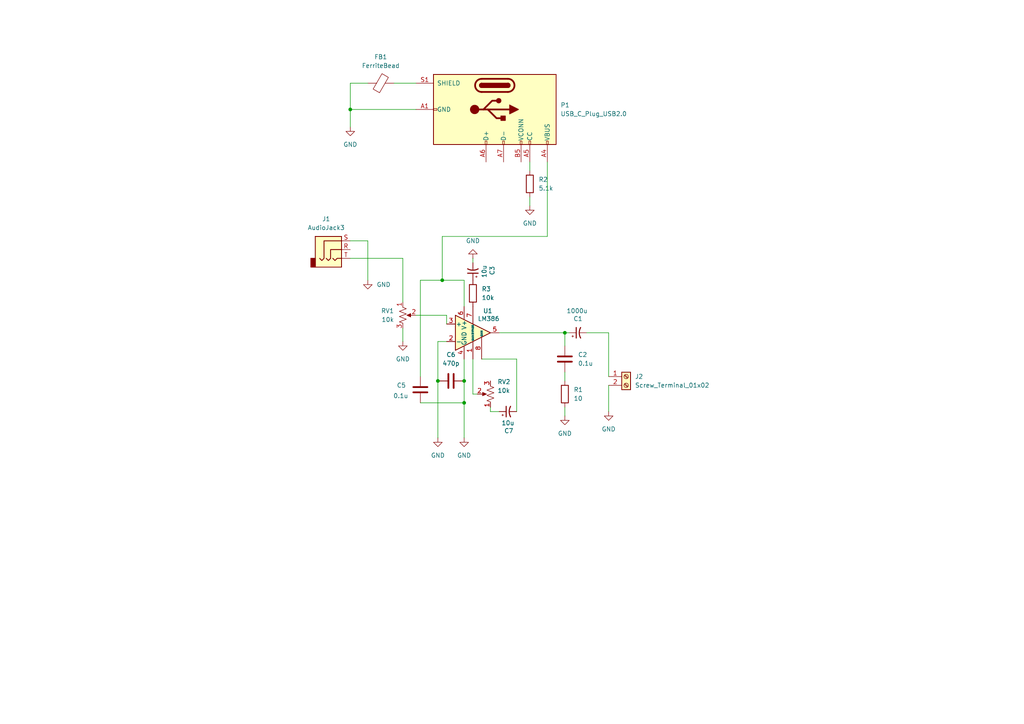
<source format=kicad_sch>
(kicad_sch (version 20250114) (generator "eeschema") (generator_version "9.0")
  (paper "A4")
  (title_block (title "Audio Amp") (date "2025-07-10") (rev "1.0.0") (company "Perso") (comment 1 "Arnaud") (comment 2 "Euphrasie"))
  (lib_symbols
    (symbol "Amplifier_Audio:LM386" (pin_names (offset 0.127))
      (property "Reference" "U" (at 1.27 7.62 0))
      (property "Value" "LM386" (at 1.27 5.08 0))
      (symbol "LM386_0_1"
        (polyline (pts (xy 5.08 0) (xy -5.08 5.08) (xy -5.08 -5.08) (xy 5.08 0)) (stroke (width 0.254)) (fill (type background)))
      )
      (symbol "LM386_1_1"
        (pin input line (at -7.62 2.54 0) (length 2.54) (name "+") (number "3"))
        (pin input line (at -7.62 -2.54 0) (length 2.54) (name "-") (number "2"))
        (pin power_in line (at -2.54 7.62 270) (length 3.81) (name "V+") (number "6"))
        (pin power_in line (at -2.54 -7.62 90) (length 3.81) (name "GND") (number "4"))
        (pin input line (at 0 7.62 270) (length 5.08) (name "BYPASS") (number "7"))
        (pin input line (at 0 -7.62 90) (length 5.08) (name "GAIN") (number "1"))
        (pin input line (at 2.54 -7.62 90) (length 6.35) (name "GAIN") (number "8"))
        (pin output line (at 7.62 0 180) (length 2.54) (name "~") (number "5"))
      )
    )
    (symbol "Connector:Screw_Terminal_01x02" (pin_names (offset 1.016) (hide yes))
      (property "Reference" "J" (at 0 2.54 0))
      (property "Value" "Screw_Terminal_01x02" (at 0 -5.08 0))
      (symbol "Screw_Terminal_01x02_1_1"
        (rectangle (start -1.27 1.27) (end 1.27 -3.81) (stroke (width 0.254)) (fill (type background)))
        (polyline (pts (xy -0.5334 0.3302) (xy 0.3302 -0.508)) (stroke (width 0.1524)))
        (polyline (pts (xy -0.5334 -2.2098) (xy 0.3302 -3.048)) (stroke (width 0.1524)))
        (polyline (pts (xy -0.3556 0.508) (xy 0.508 -0.3302)) (stroke (width 0.1524)))
        (polyline (pts (xy -0.3556 -2.032) (xy 0.508 -2.8702)) (stroke (width 0.1524)))
        (circle (center 0 0) (radius 0.635) (stroke (width 0.1524)))
        (circle (center 0 -2.54) (radius 0.635) (stroke (width 0.1524)))
        (pin passive line (at -5.08 0 0) (length 3.81) (name "Pin_1") (number "1"))
        (pin passive line (at -5.08 -2.54 0) (length 3.81) (name "Pin_2") (number "2"))
      )
    )
    (symbol "Connector:USB_C_Plug_USB2.0" (pin_names (offset 1.016))
      (property "Reference" "P" (at -10.16 19.05 0))
      (property "Value" "USB_C_Plug_USB2.0" (at 12.7 19.05 0))
      (symbol "USB_C_Plug_USB2.0_0_0"
        (rectangle (start -0.254 -17.78) (end 0.254 -16.764))
        (rectangle (start 10.16 15.494) (end 9.144 14.986))
        (rectangle (start 10.16 10.414) (end 9.144 9.906))
        (rectangle (start 10.16 7.874) (end 9.144 7.366))
        (rectangle (start 10.16 2.794) (end 9.144 2.286))
        (rectangle (start 10.16 -2.286) (end 9.144 -2.794))
      )
      (symbol "USB_C_Plug_USB2.0_0_1"
        (rectangle (start -10.16 17.78) (end 10.16 -17.78) (stroke (width 0.254)) (fill (type background)))
        (polyline (pts (xy -8.89 -3.81) (xy -8.89 3.81)) (stroke (width 0.508)))
        (rectangle (start -7.62 -3.81) (end -6.35 3.81) (stroke (width 0.254)) (fill (type outline)))
        (arc (start -7.62 3.81) (mid -6.985 4.4423) (end -6.35 3.81) (stroke (width 0.254)))
        (arc (start -7.62 3.81) (mid -6.985 4.4423) (end -6.35 3.81) (stroke (width 0.254)) (fill (type outline)))
        (arc (start -8.89 3.81) (mid -6.985 5.7067) (end -5.08 3.81) (stroke (width 0.508)))
        (arc (start -5.08 -3.81) (mid -6.985 -5.7067) (end -8.89 -3.81) (stroke (width 0.508)))
        (arc (start -6.35 -3.81) (mid -6.985 -4.4423) (end -7.62 -3.81) (stroke (width 0.254)))
        (arc (start -6.35 -3.81) (mid -6.985 -4.4423) (end -7.62 -3.81) (stroke (width 0.254)) (fill (type outline)))
        (polyline (pts (xy -5.08 3.81) (xy -5.08 -3.81)) (stroke (width 0.508)))
        (circle (center -2.54 1.143) (radius 0.635) (stroke (width 0.254)) (fill (type outline)))
        (polyline (pts (xy -1.27 4.318) (xy 0 6.858) (xy 1.27 4.318) (xy -1.27 4.318)) (stroke (width 0.254)) (fill (type outline)))
        (polyline (pts (xy 0 -2.032) (xy 2.54 0.508) (xy 2.54 1.778)) (stroke (width 0.508)))
        (polyline (pts (xy 0 -3.302) (xy -2.54 -0.762) (xy -2.54 0.508)) (stroke (width 0.508)))
        (polyline (pts (xy 0 -5.842) (xy 0 4.318)) (stroke (width 0.508)))
        (circle (center 0 -5.842) (radius 1.27) (fill (type outline)))
        (rectangle (start 1.905 1.778) (end 3.175 3.048) (stroke (width 0.254)) (fill (type outline)))
      )
      (symbol "USB_C_Plug_USB2.0_1_1"
        (pin passive line (at -7.62 -22.86 90) (length 5.08) (name "SHIELD") (number "S1"))
        (pin passive line (at 0 -22.86 90) (length 5.08) (name "GND") (number "A1"))
        (pin passive line (at 0 -22.86 90) (length 5.08) (hide yes) (name "GND") (number "A12"))
        (pin passive line (at 0 -22.86 90) (length 5.08) (hide yes) (name "GND") (number "B1"))
        (pin passive line (at 0 -22.86 90) (length 5.08) (hide yes) (name "GND") (number "B12"))
        (pin passive line (at 15.24 15.24 180) (length 5.08) (name "VBUS") (number "A4"))
        (pin passive line (at 15.24 15.24 180) (length 5.08) (hide yes) (name "VBUS") (number "A9"))
        (pin passive line (at 15.24 15.24 180) (length 5.08) (hide yes) (name "VBUS") (number "B4"))
        (pin passive line (at 15.24 15.24 180) (length 5.08) (hide yes) (name "VBUS") (number "B9"))
        (pin bidirectional line (at 15.24 10.16 180) (length 5.08) (name "CC") (number "A5"))
        (pin bidirectional line (at 15.24 7.62 180) (length 5.08) (name "VCONN") (number "B5"))
        (pin bidirectional line (at 15.24 2.54 180) (length 5.08) (name "D-") (number "A7"))
        (pin bidirectional line (at 15.24 -2.54 180) (length 5.08) (name "D+") (number "A6"))
      )
    )
    (symbol "Connector_Audio:AudioJack3"
      (property "Reference" "J" (at 0 8.89 0))
      (property "Value" "AudioJack3" (at 0 6.35 0))
      (symbol "AudioJack3_0_1"
        (rectangle (start -5.08 -5.08) (end -6.35 -2.54) (stroke (width 0.254)) (fill (type outline)))
        (polyline (pts (xy -1.905 -2.54) (xy -1.27 -3.175) (xy -0.635 -2.54) (xy -0.635 0) (xy 2.54 0)) (stroke (width 0.254)))
        (polyline (pts (xy 0 -2.54) (xy 0.635 -3.175) (xy 1.27 -2.54) (xy 2.54 -2.54)) (stroke (width 0.254)))
        (rectangle (start 2.54 3.81) (end -5.08 -5.08) (stroke (width 0.254)) (fill (type background)))
        (polyline (pts (xy 2.54 2.54) (xy -2.54 2.54) (xy -2.54 -2.54) (xy -3.175 -3.175) (xy -3.81 -2.54)) (stroke (width 0.254)))
      )
      (symbol "AudioJack3_1_1"
        (pin passive line (at 5.08 2.54 180) (length 2.54) (name "~") (number "S"))
        (pin passive line (at 5.08 0 180) (length 2.54) (name "~") (number "R"))
        (pin passive line (at 5.08 -2.54 180) (length 2.54) (name "~") (number "T"))
      )
    )
    (symbol "Device:C" (pin_numbers (hide yes)) (pin_names (offset 0.254))
      (property "Reference" "C" (at 0.635 2.54 0))
      (property "Value" "C" (at 0.635 -2.54 0))
      (symbol "C_0_1"
        (polyline (pts (xy -2.032 0.762) (xy 2.032 0.762)) (stroke (width 0.508)))
        (polyline (pts (xy -2.032 -0.762) (xy 2.032 -0.762)) (stroke (width 0.508)))
      )
      (symbol "C_1_1"
        (pin passive line (at 0 3.81 270) (length 2.794) (name "~") (number "1"))
        (pin passive line (at 0 -3.81 90) (length 2.794) (name "~") (number "2"))
      )
    )
    (symbol "Device:C_Polarized_Small_US" (pin_numbers (hide yes)) (pin_names (offset 0.254) (hide yes))
      (property "Reference" "C" (at 0.254 1.778 0))
      (property "Value" "C_Polarized_Small_US" (at 0.254 -2.032 0))
      (symbol "C_Polarized_Small_US_0_1"
        (polyline (pts (xy -1.524 0.508) (xy 1.524 0.508)) (stroke (width 0.3048)))
        (polyline (pts (xy -1.27 1.524) (xy -0.762 1.524)))
        (polyline (pts (xy -1.016 1.27) (xy -1.016 1.778)))
        (arc (start -1.524 -0.762) (mid 0 -0.3734) (end 1.524 -0.762) (stroke (width 0.3048)))
      )
      (symbol "C_Polarized_Small_US_1_1"
        (pin passive line (at 0 2.54 270) (length 2.032) (name "~") (number "1"))
        (pin passive line (at 0 -2.54 90) (length 2.032) (name "~") (number "2"))
      )
    )
    (symbol "Device:FerriteBead" (pin_numbers (hide yes)) (pin_names (offset 0))
      (property "Reference" "FB" (at -3.81 0.635 90))
      (property "Value" "FerriteBead" (at 3.81 0 90))
      (symbol "FerriteBead_0_1"
        (polyline (pts (xy -2.7686 0.4064) (xy -1.7018 2.2606) (xy 2.7686 -0.3048) (xy 1.6764 -2.159) (xy -2.7686 0.4064)))
        (polyline (pts (xy 0 1.27) (xy 0 1.2954)))
        (polyline (pts (xy 0 -1.27) (xy 0 -1.2192)))
      )
      (symbol "FerriteBead_1_1"
        (pin passive line (at 0 3.81 270) (length 2.54) (name "~") (number "1"))
        (pin passive line (at 0 -3.81 90) (length 2.54) (name "~") (number "2"))
      )
    )
    (symbol "Device:R" (pin_numbers (hide yes)) (pin_names (offset 0))
      (property "Reference" "R" (at 2.032 0 90))
      (property "Value" "R" (at 0 0 90))
      (symbol "R_0_1"
        (rectangle (start -1.016 -2.54) (end 1.016 2.54) (stroke (width 0.254)))
      )
      (symbol "R_1_1"
        (pin passive line (at 0 3.81 270) (length 1.27) (name "~") (number "1"))
        (pin passive line (at 0 -3.81 90) (length 1.27) (name "~") (number "2"))
      )
    )
    (symbol "Device:R_Potentiometer_US" (pin_names (offset 1.016) (hide yes))
      (property "Reference" "RV" (at -4.445 0 90))
      (property "Value" "R_Potentiometer_US" (at -2.54 0 90))
      (symbol "R_Potentiometer_US_0_1"
        (polyline (pts (xy 0 2.54) (xy 0 2.286)))
        (polyline (pts (xy 0 2.286) (xy 1.016 1.905) (xy 0 1.524) (xy -1.016 1.143) (xy 0 0.762)))
        (polyline (pts (xy 0 0.762) (xy 1.016 0.381) (xy 0 0) (xy -1.016 -0.381) (xy 0 -0.762)))
        (polyline (pts (xy 0 -0.762) (xy 1.016 -1.143) (xy 0 -1.524) (xy -1.016 -1.905) (xy 0 -2.286)))
        (polyline (pts (xy 0 -2.286) (xy 0 -2.54)))
        (polyline (pts (xy 1.143 0) (xy 2.286 0.508) (xy 2.286 -0.508) (xy 1.143 0)) (fill (type outline)))
        (polyline (pts (xy 2.54 0) (xy 1.524 0)))
      )
      (symbol "R_Potentiometer_US_1_1"
        (pin passive line (at 0 3.81 270) (length 1.27) (name "1") (number "1"))
        (pin passive line (at 0 -3.81 90) (length 1.27) (name "3") (number "3"))
        (pin passive line (at 3.81 0 180) (length 1.27) (name "2") (number "2"))
      )
    )
    (symbol "power:GND" (power) (pin_numbers (hide yes)) (pin_names (offset 0) (hide yes))
      (property "Value" "GND" (at 0 -3.81 0))
      (symbol "GND_0_1"
        (polyline (pts (xy 0 0) (xy 0 -1.27) (xy 1.27 -1.27) (xy 0 -2.54) (xy -1.27 -1.27) (xy 0 -1.27)))
      )
      (symbol "GND_1_1"
        (pin power_in line (at 0 0 270) (length 0) (name "~") (number "1"))
      )
    )
  )
  (junction (at 134.62 116.84))
  (junction (at 163.83 96.52))
  (junction (at 127 110.49))
  (junction (at 101.6 31.75))
  (junction (at 128.27 81.28))
  (junction (at 134.62 110.49))
  (wire (pts (xy 134.62 116.84) (xy 134.62 127)))
  (wire (pts (xy 153.67 46.99) (xy 153.67 49.53)))
  (wire (pts (xy 120.65 91.44) (xy 129.54 91.44)))
  (wire (pts (xy 137.16 114.3) (xy 138.43 114.3)))
  (wire (pts (xy 128.27 81.28) (xy 134.62 81.28)))
  (wire (pts (xy 127 110.49) (xy 127 127)))
  (wire (pts (xy 176.53 111.76) (xy 176.53 119.38)))
  (wire (pts (xy 134.62 110.49) (xy 134.62 116.84)))
  (wire (pts (xy 137.16 74.93) (xy 137.16 76.2)))
  (wire (pts (xy 158.75 68.58) (xy 158.75 46.99)))
  (wire (pts (xy 142.24 119.38) (xy 144.78 119.38)))
  (wire (pts (xy 101.6 69.85) (xy 106.68 69.85)))
  (wire (pts (xy 163.83 107.95) (xy 163.83 110.49)))
  (wire (pts (xy 101.6 31.75) (xy 101.6 24.13)))
  (wire (pts (xy 116.84 74.93) (xy 116.84 87.63)))
  (wire (pts (xy 163.83 96.52) (xy 163.83 100.33)))
  (wire (pts (xy 163.83 118.11) (xy 163.83 120.65)))
  (wire (pts (xy 128.27 68.58) (xy 158.75 68.58)))
  (wire (pts (xy 121.92 109.22) (xy 121.92 81.28)))
  (wire (pts (xy 101.6 24.13) (xy 106.68 24.13)))
  (wire (pts (xy 114.3 24.13) (xy 120.65 24.13)))
  (wire (pts (xy 129.54 91.44) (xy 129.54 93.98)))
  (wire (pts (xy 149.86 119.38) (xy 149.86 104.14)))
  (wire (pts (xy 134.62 81.28) (xy 134.62 88.9)))
  (wire (pts (xy 176.53 109.22) (xy 176.53 96.52)))
  (wire (pts (xy 129.54 99.06) (xy 127 99.06)))
  (wire (pts (xy 116.84 95.25) (xy 116.84 99.06)))
  (wire (pts (xy 163.83 96.52) (xy 165.1 96.52)))
  (wire (pts (xy 142.24 118.11) (xy 142.24 119.38)))
  (wire (pts (xy 134.62 104.14) (xy 134.62 110.49)))
  (wire (pts (xy 153.67 57.15) (xy 153.67 59.69)))
  (wire (pts (xy 128.27 68.58) (xy 128.27 81.28)))
  (wire (pts (xy 120.65 31.75) (xy 101.6 31.75)))
  (wire (pts (xy 144.78 96.52) (xy 163.83 96.52)))
  (wire (pts (xy 101.6 74.93) (xy 116.84 74.93)))
  (wire (pts (xy 170.18 96.52) (xy 176.53 96.52)))
  (wire (pts (xy 121.92 81.28) (xy 128.27 81.28)))
  (wire (pts (xy 127 99.06) (xy 127 110.49)))
  (wire (pts (xy 101.6 36.83) (xy 101.6 31.75)))
  (wire (pts (xy 121.92 116.84) (xy 134.62 116.84)))
  (wire (pts (xy 149.86 104.14) (xy 139.7 104.14)))
  (wire (pts (xy 106.68 81.28) (xy 106.68 69.85)))
  (wire (pts (xy 137.16 104.14) (xy 137.16 114.3)))
  (symbol (lib_id "Device:C_Polarized_Small_US") (at 137.16 78.74 180) (unit 1)
    (property "Reference" "C3" (at 142.748 78.486 90))
    (property "Value" "10u" (at 140.462 78.74 90))
    (property "Footprint" "Capacitor_THT:C_Disc_D3.0mm_W1.6mm_P2.50mm" (effects (hide yes)))
    (property "Description" "Polarized capacitor, small US symbol" (effects (hide yes)))
  )
  (symbol (lib_id "Device:C_Polarized_Small_US") (at 147.32 119.38 90) (unit 1)
    (property "Reference" "C7" (at 147.574 124.968 90))
    (property "Value" "10u" (at 147.32 122.682 90))
    (property "Footprint" "Capacitor_THT:C_Disc_D3.0mm_W1.6mm_P2.50mm" (effects (hide yes)))
    (property "Description" "Polarized capacitor, small US symbol" (effects (hide yes)))
  )
  (symbol (lib_id "power:GND") (at 163.83 120.65 0) (unit 1)
    (property "Reference" "#PWR04" (effects (hide yes)))
    (property "Value" "GND" (at 163.83 125.73 0))
    (property "Description" "Power symbol creates a global label with name \"GND\" , ground" (effects (hide yes)))
  )
  (symbol (lib_id "Device:C") (at 121.92 113.03 180) (unit 1)
    (property "Reference" "C5" (at 115.062 111.76 0) (effects (justify right)))
    (property "Value" "0.1u" (at 114.046 114.808 0) (effects (justify right)))
    (property "Footprint" "Capacitor_SMD:C_0603_1608Metric_Pad1.08x0.95mm_HandSolder" (effects (hide yes)))
    (property "Description" "Unpolarized capacitor" (effects (hide yes)))
  )
  (symbol (lib_id "Device:R") (at 153.67 53.34 0) (unit 1)
    (property "Reference" "R2" (at 156.21 52.0699 0) (effects (justify left)))
    (property "Value" "5.1k" (at 156.21 54.6099 0) (effects (justify left)))
    (property "Footprint" "Resistor_SMD:R_0603_1608Metric_Pad0.98x0.95mm_HandSolder" (effects (hide yes)))
    (property "Description" "Resistor" (effects (hide yes)))
  )
  (symbol (lib_id "Device:R_Potentiometer_US") (at 116.84 91.44 0) (unit 1)
    (property "Reference" "RV1" (at 114.3 90.1699 0) (effects (justify right)))
    (property "Value" "10k" (at 114.3 92.7099 0) (effects (justify right)))
    (property "Footprint" "Potentiometer_SMD:Potentiometer_ACP_CA6-VSMD_Vertical" (effects (hide yes)))
    (property "Description" "Potentiometer, US symbol" (effects (hide yes)))
  )
  (symbol (lib_id "power:GND") (at 116.84 99.06 0) (unit 1)
    (property "Reference" "#PWR01" (effects (hide yes)))
    (property "Value" "GND" (at 116.84 104.14 0))
    (property "Description" "Power symbol creates a global label with name \"GND\" , ground" (effects (hide yes)))
  )
  (symbol (lib_id "Connector_Audio:AudioJack3") (at 96.52 72.39 0) (unit 1)
    (property "Reference" "J1" (at 94.615 63.5 0))
    (property "Value" "AudioJack3" (at 94.615 66.04 0))
    (property "Footprint" "Connector_Audio:Jack_3.5mm_CUI_SJ-3523-SMT_Horizontal" (effects (hide yes)))
    (property "Description" "Audio Jack, 3 Poles (Stereo / TRS)" (effects (hide yes)))
  )
  (symbol (lib_id "power:GND") (at 134.62 127 0) (unit 1)
    (property "Reference" "#PWR06" (effects (hide yes)))
    (property "Value" "GND" (at 134.62 132.08 0))
    (property "Description" "Power symbol creates a global label with name \"GND\" , ground" (effects (hide yes)))
  )
  (symbol (lib_id "Amplifier_Audio:LM386") (at 137.16 96.52 0) (unit 1)
    (property "Reference" "U1" (at 141.478 90.17 0))
    (property "Value" "LM386" (at 141.732 92.456 0))
    (property "Footprint" "Package_DIP:DIP-8_W7.62mm_LongPads" (effects (hide yes)))
    (property "Datasheet" "http://www.ti.com/lit/ds/symlink/lm386.pdf" (effects (hide yes)))
    (property "Description" "Low Voltage Audio Power Amplifier, DIP-8/SOIC-8/SSOP-8" (effects (hide yes)))
  )
  (symbol (lib_id "power:GND") (at 101.6 36.83 0) (unit 1)
    (property "Reference" "#PWR09" (effects (hide yes)))
    (property "Value" "GND" (at 101.6 41.91 0))
    (property "Description" "Power symbol creates a global label with name \"GND\" , ground" (effects (hide yes)))
  )
  (symbol (lib_id "Device:R") (at 137.16 85.09 0) (unit 1)
    (property "Reference" "R3" (at 139.7 83.8199 0) (effects (justify left)))
    (property "Value" "10k" (at 139.7 86.3599 0) (effects (justify left)))
    (property "Footprint" "Resistor_SMD:R_0603_1608Metric_Pad0.98x0.95mm_HandSolder" (effects (hide yes)))
    (property "Description" "Resistor" (effects (hide yes)))
  )
  (symbol (lib_id "Device:R") (at 163.83 114.3 0) (unit 1)
    (property "Reference" "R1" (at 166.37 113.0299 0) (effects (justify left)))
    (property "Value" "10" (at 166.37 115.5699 0) (effects (justify left)))
    (property "Footprint" "Resistor_SMD:R_0603_1608Metric_Pad0.98x0.95mm_HandSolder" (effects (hide yes)))
    (property "Description" "Resistor" (effects (hide yes)))
  )
  (symbol (lib_id "Connector:USB_C_Plug_USB2.0") (at 143.51 31.75 270) (unit 1)
    (property "Reference" "P1" (at 162.56 30.4799 90) (effects (justify left)))
    (property "Value" "USB_C_Plug_USB2.0" (at 162.56 33.0199 90) (effects (justify left)))
    (property "Footprint" "Connector_USB:USB_C_Plug_ShenzhenJingTuoJin_918-118A2021Y40002_Vertical" (effects (hide yes)))
    (property "Datasheet" "https://www.usb.org/sites/default/files/documents/usb_type-c.zip" (effects (hide yes)))
    (property "Description" "USB 2.0-only Type-C Plug connector" (effects (hide yes)))
  )
  (symbol (lib_id "power:GND") (at 127 127 0) (unit 1)
    (property "Reference" "#PWR02" (effects (hide yes)))
    (property "Value" "GND" (at 127 132.08 0))
    (property "Description" "Power symbol creates a global label with name \"GND\" , ground" (effects (hide yes)))
  )
  (symbol (lib_id "Device:C") (at 130.81 110.49 90) (unit 1)
    (property "Reference" "C6" (at 130.81 102.87 90))
    (property "Value" "470p" (at 130.81 105.41 90))
    (property "Footprint" "Capacitor_SMD:C_0603_1608Metric_Pad1.08x0.95mm_HandSolder" (effects (hide yes)))
    (property "Description" "Unpolarized capacitor" (effects (hide yes)))
  )
  (symbol (lib_id "power:GND") (at 137.16 74.93 180) (unit 1)
    (property "Reference" "#PWR08" (effects (hide yes)))
    (property "Value" "GND" (at 137.16 69.85 0))
    (property "Description" "Power symbol creates a global label with name \"GND\" , ground" (effects (hide yes)))
  )
  (symbol (lib_id "Device:C_Polarized_Small_US") (at 167.64 96.52 90) (unit 1)
    (property "Reference" "C1" (at 167.64 92.456 90))
    (property "Value" "1000u" (at 167.386 90.17 90))
    (property "Footprint" "Capacitor_THT:C_Disc_D3.0mm_W1.6mm_P2.50mm" (effects (hide yes)))
    (property "Description" "Polarized capacitor, small US symbol" (effects (hide yes)))
  )
  (symbol (lib_id "Connector:Screw_Terminal_01x02") (at 181.61 109.22 0) (unit 1)
    (property "Reference" "J2" (at 184.15 109.2199 0) (effects (justify left)))
    (property "Value" "Screw_Terminal_01x02" (at 184.15 111.7599 0) (effects (justify left)))
    (property "Footprint" "TerminalBlock_4Ucon:TerminalBlock_4Ucon_1x02_P3.50mm_Horizontal" (effects (hide yes)))
    (property "Description" "Generic screw terminal, single row, 01x02, script generated (kicad-library-utils/schlib/autogen/connector/)" (effects (hide yes)))
  )
  (symbol (lib_id "power:GND") (at 153.67 59.69 0) (unit 1)
    (property "Reference" "#PWR03" (effects (hide yes)))
    (property "Value" "GND" (at 153.67 64.77 0))
    (property "Description" "Power symbol creates a global label with name \"GND\" , ground" (effects (hide yes)))
  )
  (symbol (lib_id "Device:R_Potentiometer_US") (at 142.24 114.3 180) (unit 1)
    (property "Reference" "RV2" (at 144.272 110.744 0) (effects (justify right)))
    (property "Value" "10k" (at 144.272 113.284 0) (effects (justify right)))
    (property "Footprint" "Potentiometer_SMD:Potentiometer_ACP_CA6-VSMD_Vertical" (effects (hide yes)))
    (property "Description" "Potentiometer, US symbol" (effects (hide yes)))
  )
  (symbol (lib_id "power:GND") (at 176.53 119.38 0) (unit 1)
    (property "Reference" "#PWR05" (effects (hide yes)))
    (property "Value" "GND" (at 176.53 124.46 0))
    (property "Description" "Power symbol creates a global label with name \"GND\" , ground" (effects (hide yes)))
  )
  (symbol (lib_id "power:GND") (at 106.68 81.28 0) (unit 1)
    (property "Reference" "#PWR07" (effects (hide yes)))
    (property "Value" "GND" (at 109.22 82.5499 0) (effects (justify left)))
    (property "Description" "Power symbol creates a global label with name \"GND\" , ground" (effects (hide yes)))
  )
  (symbol (lib_id "Device:C") (at 163.83 104.14 0) (unit 1)
    (property "Reference" "C2" (at 167.64 102.8699 0) (effects (justify left)))
    (property "Value" "0.1u" (at 167.64 105.4099 0) (effects (justify left)))
    (property "Footprint" "Capacitor_SMD:C_0603_1608Metric_Pad1.08x0.95mm_HandSolder" (effects (hide yes)))
    (property "Description" "Unpolarized capacitor" (effects (hide yes)))
  )
  (symbol (lib_id "Device:FerriteBead") (at 110.49 24.13 90) (unit 1)
    (property "Reference" "FB1" (at 110.4392 16.51 90))
    (property "Value" "FerriteBead" (at 110.4392 19.05 90))
    (property "Footprint" "Resistor_SMD:R_0201_0603Metric_Pad0.64x0.40mm_HandSolder" (effects (hide yes)))
    (property "Description" "Ferrite bead" (effects (hide yes)))
  )
)
</source>
